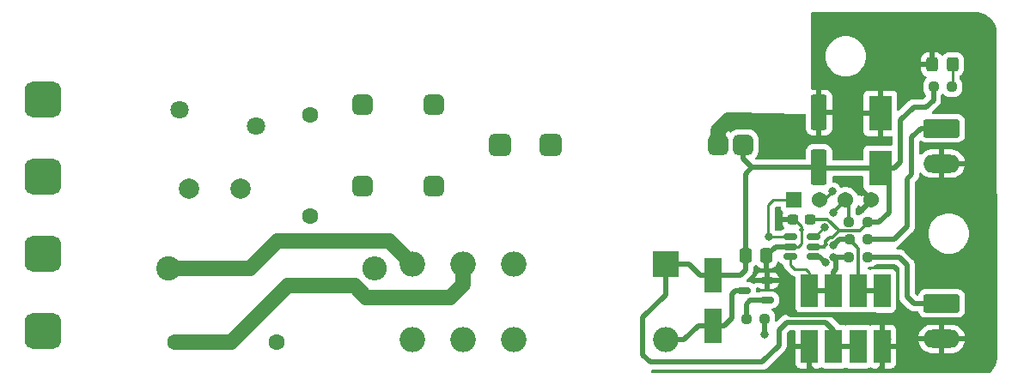
<source format=gbr>
%TF.GenerationSoftware,KiCad,Pcbnew,7.0.7-7.0.7~ubuntu22.04.1*%
%TF.CreationDate,2024-01-12T18:41:48+05:30*%
%TF.ProjectId,electronic-limit-sw,656c6563-7472-46f6-9e69-632d6c696d69,1.0.0*%
%TF.SameCoordinates,Original*%
%TF.FileFunction,Copper,L1,Top*%
%TF.FilePolarity,Positive*%
%FSLAX46Y46*%
G04 Gerber Fmt 4.6, Leading zero omitted, Abs format (unit mm)*
G04 Created by KiCad (PCBNEW 7.0.7-7.0.7~ubuntu22.04.1) date 2024-01-12 18:41:48*
%MOMM*%
%LPD*%
G01*
G04 APERTURE LIST*
G04 Aperture macros list*
%AMRoundRect*
0 Rectangle with rounded corners*
0 $1 Rounding radius*
0 $2 $3 $4 $5 $6 $7 $8 $9 X,Y pos of 4 corners*
0 Add a 4 corners polygon primitive as box body*
4,1,4,$2,$3,$4,$5,$6,$7,$8,$9,$2,$3,0*
0 Add four circle primitives for the rounded corners*
1,1,$1+$1,$2,$3*
1,1,$1+$1,$4,$5*
1,1,$1+$1,$6,$7*
1,1,$1+$1,$8,$9*
0 Add four rect primitives between the rounded corners*
20,1,$1+$1,$2,$3,$4,$5,0*
20,1,$1+$1,$4,$5,$6,$7,0*
20,1,$1+$1,$6,$7,$8,$9,0*
20,1,$1+$1,$8,$9,$2,$3,0*%
G04 Aperture macros list end*
%TA.AperFunction,SMDPad,CuDef*%
%ADD10R,1.700000X3.300000*%
%TD*%
%TA.AperFunction,SMDPad,CuDef*%
%ADD11RoundRect,0.237500X0.250000X0.237500X-0.250000X0.237500X-0.250000X-0.237500X0.250000X-0.237500X0*%
%TD*%
%TA.AperFunction,ComponentPad*%
%ADD12C,2.000000*%
%TD*%
%TA.AperFunction,ComponentPad*%
%ADD13C,2.400000*%
%TD*%
%TA.AperFunction,ComponentPad*%
%ADD14O,2.400000X2.400000*%
%TD*%
%TA.AperFunction,SMDPad,CuDef*%
%ADD15RoundRect,0.150000X-0.512500X-0.150000X0.512500X-0.150000X0.512500X0.150000X-0.512500X0.150000X0*%
%TD*%
%TA.AperFunction,ComponentPad*%
%ADD16R,2.500000X2.500000*%
%TD*%
%TA.AperFunction,ComponentPad*%
%ADD17O,2.500000X2.500000*%
%TD*%
%TA.AperFunction,SMDPad,CuDef*%
%ADD18R,1.800000X3.500000*%
%TD*%
%TA.AperFunction,ComponentPad*%
%ADD19RoundRect,0.500000X-0.500000X-0.500000X0.500000X-0.500000X0.500000X0.500000X-0.500000X0.500000X0*%
%TD*%
%TA.AperFunction,SMDPad,CuDef*%
%ADD20RoundRect,0.237500X-0.250000X-0.237500X0.250000X-0.237500X0.250000X0.237500X-0.250000X0.237500X0*%
%TD*%
%TA.AperFunction,SMDPad,CuDef*%
%ADD21R,2.300000X3.500000*%
%TD*%
%TA.AperFunction,ComponentPad*%
%ADD22C,1.600000*%
%TD*%
%TA.AperFunction,ComponentPad*%
%ADD23C,1.800000*%
%TD*%
%TA.AperFunction,SMDPad,CuDef*%
%ADD24RoundRect,0.250000X0.550000X-1.500000X0.550000X1.500000X-0.550000X1.500000X-0.550000X-1.500000X0*%
%TD*%
%TA.AperFunction,SMDPad,CuDef*%
%ADD25R,1.540000X1.540000*%
%TD*%
%TA.AperFunction,SMDPad,CuDef*%
%ADD26C,1.540000*%
%TD*%
%TA.AperFunction,ComponentPad*%
%ADD27RoundRect,0.250000X-1.550000X0.650000X-1.550000X-0.650000X1.550000X-0.650000X1.550000X0.650000X0*%
%TD*%
%TA.AperFunction,ComponentPad*%
%ADD28O,3.600000X1.800000*%
%TD*%
%TA.AperFunction,ComponentPad*%
%ADD29RoundRect,0.550000X-0.550000X-0.550000X0.550000X-0.550000X0.550000X0.550000X-0.550000X0.550000X0*%
%TD*%
%TA.AperFunction,ComponentPad*%
%ADD30RoundRect,0.900000X0.900000X-0.900000X0.900000X0.900000X-0.900000X0.900000X-0.900000X-0.900000X0*%
%TD*%
%TA.AperFunction,SMDPad,CuDef*%
%ADD31RoundRect,0.250000X-0.325000X-0.450000X0.325000X-0.450000X0.325000X0.450000X-0.325000X0.450000X0*%
%TD*%
%TA.AperFunction,SMDPad,CuDef*%
%ADD32RoundRect,0.150000X0.512500X0.150000X-0.512500X0.150000X-0.512500X-0.150000X0.512500X-0.150000X0*%
%TD*%
%TA.AperFunction,SMDPad,CuDef*%
%ADD33RoundRect,0.250000X-0.337500X-0.475000X0.337500X-0.475000X0.337500X0.475000X-0.337500X0.475000X0*%
%TD*%
%TA.AperFunction,SMDPad,CuDef*%
%ADD34RoundRect,0.237500X0.300000X0.237500X-0.300000X0.237500X-0.300000X-0.237500X0.300000X-0.237500X0*%
%TD*%
%TA.AperFunction,ViaPad*%
%ADD35C,0.800000*%
%TD*%
%TA.AperFunction,Conductor*%
%ADD36C,1.500000*%
%TD*%
%TA.AperFunction,Conductor*%
%ADD37C,0.300000*%
%TD*%
%TA.AperFunction,Conductor*%
%ADD38C,0.500000*%
%TD*%
%TA.AperFunction,Conductor*%
%ADD39C,0.250000*%
%TD*%
G04 APERTURE END LIST*
D10*
%TO.P,D1,1,K*%
%TO.N,+5V*%
X170850000Y-110350000D03*
%TO.P,D1,2,A*%
%TO.N,/ICSPCLK*%
X170850000Y-104850000D03*
%TD*%
D11*
%TO.P,R4,1*%
%TO.N,/OUTPUT*%
X164062500Y-107600000D03*
%TO.P,R4,2*%
%TO.N,Net-(Q1-B)*%
X162237500Y-107600000D03*
%TD*%
D12*
%TO.P,F1,1*%
%TO.N,/AC-L*%
X107300000Y-94800000D03*
%TO.P,F1,2*%
%TO.N,Net-(C1-Pad1)*%
X112380000Y-94800000D03*
%TD*%
D13*
%TO.P,R3,1*%
%TO.N,/AC-L-CNT*%
X105290000Y-102650000D03*
D14*
%TO.P,R3,2*%
%TO.N,Net-(C2-Pad1)*%
X125610000Y-102650000D03*
%TD*%
D15*
%TO.P,U1,1,GP0*%
%TO.N,/ICSPDAT*%
X166562500Y-99550000D03*
%TO.P,U1,2,VSS*%
%TO.N,GND*%
X166562500Y-100500000D03*
%TO.P,U1,3,GP1*%
%TO.N,/ICSPCLK*%
X166562500Y-101450000D03*
%TO.P,U1,4,GP2*%
%TO.N,/OUTPUT*%
X168837500Y-101450000D03*
%TO.P,U1,5,VDD*%
%TO.N,+5V*%
X168837500Y-100500000D03*
%TO.P,U1,6,GP3*%
%TO.N,/~{MCLR}*%
X168837500Y-99550000D03*
%TD*%
D16*
%TO.P,RL1,1*%
%TO.N,+5V*%
X154300000Y-102200000D03*
D17*
%TO.P,RL1,2*%
%TO.N,unconnected-(RL1-Pad2)*%
X139300000Y-102200000D03*
%TO.P,RL1,3*%
%TO.N,/AC-L*%
X134300000Y-102200000D03*
%TO.P,RL1,4*%
%TO.N,/AC-L-CNT*%
X129300000Y-102200000D03*
%TO.P,RL1,5*%
X129300000Y-109700000D03*
%TO.P,RL1,6*%
%TO.N,/AC-L*%
X134300000Y-109700000D03*
%TO.P,RL1,7*%
%TO.N,unconnected-(RL1-Pad7)*%
X139300000Y-109700000D03*
%TO.P,RL1,8*%
%TO.N,Net-(D5-A)*%
X154300000Y-109700000D03*
%TD*%
D18*
%TO.P,D5,1,K*%
%TO.N,+5V*%
X159000000Y-103300000D03*
%TO.P,D5,2,A*%
%TO.N,Net-(D5-A)*%
X159000000Y-108300000D03*
%TD*%
D10*
%TO.P,D2,1,K*%
%TO.N,+5V*%
X173250000Y-110350000D03*
%TO.P,D2,2,A*%
%TO.N,/ICSPDAT*%
X173250000Y-104850000D03*
%TD*%
D19*
%TO.P,FL1,1,1*%
%TO.N,/AC-N*%
X124440000Y-86500000D03*
%TO.P,FL1,2,2*%
%TO.N,Net-(PS1-AC{slash}N)*%
X131440000Y-86500000D03*
%TO.P,FL1,3,3*%
%TO.N,Net-(C1-Pad1)*%
X124440000Y-94500000D03*
%TO.P,FL1,4,4*%
%TO.N,Net-(PS1-AC{slash}L)*%
X131440000Y-94500000D03*
%TD*%
D20*
%TO.P,R6,1*%
%TO.N,/~{MCLR}*%
X172387500Y-98100000D03*
%TO.P,R6,2*%
%TO.N,+5V*%
X174212500Y-98100000D03*
%TD*%
%TO.P,R2,1*%
%TO.N,/ICSPDAT*%
X172400000Y-99800000D03*
%TO.P,R2,2*%
%TO.N,Net-(J2-Pin_1)*%
X174225000Y-99800000D03*
%TD*%
D21*
%TO.P,D6,1,A1*%
%TO.N,GND*%
X175450000Y-87350000D03*
%TO.P,D6,2,A2*%
%TO.N,+5V*%
X175450000Y-92750000D03*
%TD*%
D10*
%TO.P,D4,1,K*%
%TO.N,/ICSPDAT*%
X175650000Y-104850000D03*
%TO.P,D4,2,A*%
%TO.N,GND*%
X175650000Y-110350000D03*
%TD*%
D22*
%TO.P,C1,1*%
%TO.N,Net-(C1-Pad1)*%
X119300000Y-97500000D03*
%TO.P,C1,2*%
%TO.N,/AC-N*%
X119300000Y-87500000D03*
%TD*%
D20*
%TO.P,R1,1*%
%TO.N,/ICSPCLK*%
X172387500Y-101500000D03*
%TO.P,R1,2*%
%TO.N,Net-(J1-Pin_1)*%
X174212500Y-101500000D03*
%TD*%
D10*
%TO.P,D3,1,K*%
%TO.N,/ICSPCLK*%
X168450000Y-104850000D03*
%TO.P,D3,2,A*%
%TO.N,GND*%
X168450000Y-110350000D03*
%TD*%
D22*
%TO.P,C2,1*%
%TO.N,Net-(C2-Pad1)*%
X116000000Y-109950000D03*
%TO.P,C2,2*%
%TO.N,/AC-L*%
X106000000Y-109950000D03*
%TD*%
D23*
%TO.P,TH1,1*%
%TO.N,Net-(C1-Pad1)*%
X113900000Y-88600000D03*
%TO.P,TH1,2*%
%TO.N,/AC-N*%
X106400000Y-86966670D03*
%TD*%
D24*
%TO.P,C5,1*%
%TO.N,+5V*%
X169400000Y-92650000D03*
%TO.P,C5,2*%
%TO.N,GND*%
X169400000Y-87250000D03*
%TD*%
D25*
%TO.P,J3,1,Pin_1*%
%TO.N,/ICSPDAT*%
X166970000Y-95900000D03*
D26*
%TO.P,J3,2,Pin_2*%
%TO.N,/ICSPCLK*%
X169510000Y-95900000D03*
%TO.P,J3,3,Pin_3*%
%TO.N,/~{MCLR}*%
X172050000Y-95900000D03*
%TO.P,J3,4,Pin_4*%
%TO.N,GND*%
X174590000Y-95900000D03*
%TD*%
D27*
%TO.P,J1,1,Pin_1*%
%TO.N,Net-(J1-Pin_1)*%
X181500000Y-106100000D03*
D28*
%TO.P,J1,2,Pin_2*%
%TO.N,GND*%
X181500000Y-109600000D03*
%TD*%
D29*
%TO.P,PS1,1,AC/L*%
%TO.N,Net-(PS1-AC{slash}L)*%
X137957500Y-90457500D03*
%TO.P,PS1,2,AC/N*%
%TO.N,Net-(PS1-AC{slash}N)*%
X142957500Y-90457500D03*
D19*
%TO.P,PS1,3,-Vout*%
%TO.N,GND*%
X159457500Y-90457500D03*
%TO.P,PS1,4,+Vout*%
%TO.N,+5V*%
X161957500Y-90457500D03*
%TD*%
D30*
%TO.P,J4,1,Pin_1*%
%TO.N,/AC-L*%
X92900000Y-108840000D03*
%TO.P,J4,2,Pin_2*%
%TO.N,/AC-L-CNT*%
X92900000Y-101220000D03*
%TO.P,J4,3,Pin_3*%
%TO.N,/AC-N*%
X92900000Y-93600000D03*
%TO.P,J4,4,Pin_4*%
X92900000Y-85980000D03*
%TD*%
D27*
%TO.P,J2,1,Pin_1*%
%TO.N,Net-(J2-Pin_1)*%
X181500000Y-88800000D03*
D28*
%TO.P,J2,2,Pin_2*%
%TO.N,GND*%
X181500000Y-92300000D03*
%TD*%
D31*
%TO.P,D7,1,K*%
%TO.N,GND*%
X180550000Y-82500000D03*
%TO.P,D7,2,A*%
%TO.N,Net-(D7-A)*%
X182600000Y-82500000D03*
%TD*%
D32*
%TO.P,Q1,1,B*%
%TO.N,Net-(Q1-B)*%
X164287500Y-105750000D03*
%TO.P,Q1,2,E*%
%TO.N,GND*%
X164287500Y-103850000D03*
%TO.P,Q1,3,C*%
%TO.N,Net-(D5-A)*%
X162012500Y-104800000D03*
%TD*%
D33*
%TO.P,C4,1*%
%TO.N,+5V*%
X162162500Y-101400000D03*
%TO.P,C4,2*%
%TO.N,GND*%
X164237500Y-101400000D03*
%TD*%
D11*
%TO.P,R5,1*%
%TO.N,Net-(D7-A)*%
X182512500Y-84700000D03*
%TO.P,R5,2*%
%TO.N,+5V*%
X180687500Y-84700000D03*
%TD*%
D34*
%TO.P,C3,1*%
%TO.N,+5V*%
X168562500Y-97800000D03*
%TO.P,C3,2*%
%TO.N,GND*%
X166837500Y-97800000D03*
%TD*%
D35*
%TO.N,GND*%
X173600000Y-95100000D03*
%TO.N,/ICSPCLK*%
X170850000Y-101500000D03*
X170700000Y-95050000D03*
%TO.N,/ICSPDAT*%
X170850000Y-100350000D03*
X164450000Y-99550000D03*
%TO.N,/~{MCLR}*%
X169950000Y-98600000D03*
X170800000Y-97100000D03*
%TO.N,/OUTPUT*%
X170026368Y-102066247D03*
X164050000Y-109150000D03*
%TD*%
D36*
%TO.N,/AC-L*%
X106000000Y-109950000D02*
X111450000Y-109950000D01*
X134300000Y-104250000D02*
X134300000Y-102200000D01*
X123650000Y-104350000D02*
X124800000Y-105500000D01*
X111450000Y-109950000D02*
X117050000Y-104350000D01*
X133050000Y-105500000D02*
X134300000Y-104250000D01*
X124800000Y-105500000D02*
X133050000Y-105500000D01*
X117050000Y-104350000D02*
X123650000Y-104350000D01*
D37*
%TO.N,+5V*%
X174212500Y-98187500D02*
X173450000Y-98950000D01*
X170100000Y-100250000D02*
X170100000Y-99950000D01*
D38*
X169500000Y-92750000D02*
X175450000Y-92750000D01*
D37*
X168562500Y-97800000D02*
X170250000Y-97800000D01*
D38*
X152050000Y-111200000D02*
X152750000Y-111900000D01*
X176300000Y-93600000D02*
X175450000Y-92750000D01*
X175350000Y-98100000D02*
X176300000Y-97150000D01*
D37*
X170450000Y-99600000D02*
X170750000Y-99600000D01*
D38*
X166250000Y-107950000D02*
X165450000Y-108750000D01*
X180000000Y-86700000D02*
X180687500Y-86012500D01*
X169400000Y-92650000D02*
X169500000Y-92750000D01*
X180687500Y-86012500D02*
X180687500Y-84700000D01*
X177450000Y-88000000D02*
X178750000Y-86700000D01*
X170850000Y-110350000D02*
X170850000Y-108700000D01*
X177450000Y-92100000D02*
X177450000Y-88000000D01*
X152050000Y-107500000D02*
X152050000Y-111200000D01*
D37*
X169850000Y-100500000D02*
X170100000Y-100250000D01*
D38*
X165450000Y-110250000D02*
X163800000Y-111900000D01*
D37*
X169850000Y-100500000D02*
X168837500Y-100500000D01*
D38*
X176300000Y-97150000D02*
X176300000Y-93600000D01*
X162162500Y-101400000D02*
X162162500Y-93287500D01*
D37*
X170750000Y-99600000D02*
X171400000Y-98950000D01*
D38*
X161700000Y-103300000D02*
X162162500Y-102837500D01*
X161957500Y-90457500D02*
X161957500Y-91807500D01*
X162800000Y-92650000D02*
X169400000Y-92650000D01*
X157700000Y-103300000D02*
X156600000Y-102200000D01*
X162162500Y-93287500D02*
X162800000Y-92650000D01*
X156600000Y-102200000D02*
X154300000Y-102200000D01*
X159000000Y-103300000D02*
X161700000Y-103300000D01*
D37*
X170250000Y-97800000D02*
X171400000Y-98950000D01*
D38*
X174212500Y-98100000D02*
X175350000Y-98100000D01*
X165450000Y-108750000D02*
X165450000Y-110250000D01*
X170850000Y-110350000D02*
X173250000Y-110350000D01*
X163800000Y-111900000D02*
X152750000Y-111900000D01*
X162162500Y-102837500D02*
X162162500Y-101400000D01*
X154300000Y-102200000D02*
X154300000Y-105250000D01*
X161957500Y-91807500D02*
X162800000Y-92650000D01*
D39*
X169850000Y-100500000D02*
X170125000Y-100225000D01*
D38*
X154300000Y-105250000D02*
X152050000Y-107500000D01*
D37*
X170100000Y-99950000D02*
X170450000Y-99600000D01*
D38*
X170850000Y-108700000D02*
X170100000Y-107950000D01*
D37*
X173450000Y-98950000D02*
X171400000Y-98950000D01*
D38*
X178750000Y-86700000D02*
X180000000Y-86700000D01*
X176800000Y-92750000D02*
X177450000Y-92100000D01*
X159000000Y-103300000D02*
X157700000Y-103300000D01*
X170100000Y-107950000D02*
X166250000Y-107950000D01*
D37*
X174212500Y-98100000D02*
X174212500Y-98187500D01*
D38*
X175450000Y-92750000D02*
X176800000Y-92750000D01*
%TO.N,GND*%
X166550000Y-107250000D02*
X174950000Y-107250000D01*
X164237500Y-103800000D02*
X164287500Y-103850000D01*
D39*
X176400000Y-109600000D02*
X175650000Y-110350000D01*
X169400000Y-87250000D02*
X169500000Y-87350000D01*
X167350000Y-100500000D02*
X167700000Y-100150000D01*
X166562500Y-100500000D02*
X167350000Y-100500000D01*
X175650000Y-112100000D02*
X175650000Y-110350000D01*
D38*
X165137500Y-100500000D02*
X164237500Y-101400000D01*
X175650000Y-110350000D02*
X175650000Y-107950000D01*
X166562500Y-100500000D02*
X165137500Y-100500000D01*
D39*
X169000000Y-112750000D02*
X175000000Y-112750000D01*
X175000000Y-107300000D02*
X166600000Y-107300000D01*
D36*
X160500000Y-88000000D02*
X162500000Y-88000000D01*
X159457500Y-89042500D02*
X160500000Y-88000000D01*
D39*
X167700000Y-98500000D02*
X167000000Y-97800000D01*
X168450000Y-110350000D02*
X168450000Y-112200000D01*
X167700000Y-100150000D02*
X167700000Y-98500000D01*
D38*
X166000000Y-106700000D02*
X166550000Y-107250000D01*
X174950000Y-107250000D02*
X175000000Y-107300000D01*
D39*
X174590000Y-95900000D02*
X174400000Y-95900000D01*
D36*
X159457500Y-90457500D02*
X159457500Y-89042500D01*
D39*
X168450000Y-112200000D02*
X169000000Y-112750000D01*
X175000000Y-112750000D02*
X175650000Y-112100000D01*
X167000000Y-97800000D02*
X166837500Y-97800000D01*
D38*
X175650000Y-107950000D02*
X175000000Y-107300000D01*
D39*
%TO.N,/ICSPCLK*%
X168450000Y-103100000D02*
X168100000Y-102750000D01*
X172337500Y-101450000D02*
X172387500Y-101500000D01*
X166562500Y-102262500D02*
X166562500Y-101450000D01*
D38*
X171100000Y-102700000D02*
X171100000Y-101750000D01*
D39*
X172387500Y-101500000D02*
X170950000Y-101500000D01*
X168450000Y-104850000D02*
X168450000Y-103100000D01*
X167050000Y-102750000D02*
X166562500Y-102262500D01*
X169850000Y-95900000D02*
X170700000Y-95050000D01*
D38*
X170850000Y-102950000D02*
X171100000Y-102700000D01*
D39*
X169510000Y-95900000D02*
X169850000Y-95900000D01*
X169510000Y-95900000D02*
X169510000Y-96360000D01*
D38*
X171100000Y-101750000D02*
X170850000Y-101500000D01*
D39*
X166562500Y-101450000D02*
X166700000Y-101587500D01*
X168100000Y-102750000D02*
X167050000Y-102750000D01*
D38*
X168450000Y-104850000D02*
X170850000Y-104850000D01*
X170850000Y-104850000D02*
X170850000Y-102950000D01*
X172387500Y-101500000D02*
X170850000Y-101500000D01*
D37*
%TO.N,/ICSPDAT*%
X173250000Y-102550000D02*
X173250000Y-104850000D01*
D39*
X164400000Y-96400000D02*
X164400000Y-99500000D01*
X171750000Y-99800000D02*
X171400000Y-99800000D01*
X172400000Y-99800000D02*
X171750000Y-99800000D01*
X164450000Y-99550000D02*
X166562500Y-99550000D01*
D38*
X172400000Y-99800000D02*
X171400000Y-99800000D01*
X171400000Y-99800000D02*
X170850000Y-100350000D01*
D37*
X173300000Y-100700000D02*
X172400000Y-99800000D01*
D39*
X164400000Y-99500000D02*
X164450000Y-99550000D01*
X166970000Y-95900000D02*
X164900000Y-95900000D01*
D37*
X173300000Y-102500000D02*
X173250000Y-102550000D01*
D39*
X164900000Y-95900000D02*
X164400000Y-96400000D01*
D38*
X173250000Y-104850000D02*
X175650000Y-104850000D01*
D37*
X173300000Y-102500000D02*
X173300000Y-100700000D01*
D38*
%TO.N,Net-(D5-A)*%
X157500000Y-108300000D02*
X159000000Y-108300000D01*
X160800000Y-107550000D02*
X160800000Y-105200000D01*
X159000000Y-108300000D02*
X160050000Y-108300000D01*
X161200000Y-104800000D02*
X162012500Y-104800000D01*
X160050000Y-108300000D02*
X160800000Y-107550000D01*
X156100000Y-109700000D02*
X157500000Y-108300000D01*
X160800000Y-105200000D02*
X161200000Y-104800000D01*
X154300000Y-109700000D02*
X156100000Y-109700000D01*
D39*
%TO.N,Net-(D7-A)*%
X182600000Y-82500000D02*
X182600000Y-84612500D01*
X182600000Y-84612500D02*
X182512500Y-84700000D01*
D37*
%TO.N,/~{MCLR}*%
X170850000Y-97100000D02*
X172050000Y-95900000D01*
X172387500Y-98100000D02*
X172387500Y-96237500D01*
X170800000Y-97100000D02*
X170850000Y-97100000D01*
D39*
X169000000Y-99550000D02*
X169950000Y-98600000D01*
X171500000Y-95900000D02*
X172050000Y-95900000D01*
D37*
X172387500Y-96237500D02*
X172050000Y-95900000D01*
D39*
X168837500Y-99550000D02*
X169000000Y-99550000D01*
D36*
%TO.N,/AC-L-CNT*%
X116050000Y-99950000D02*
X127050000Y-99950000D01*
X127050000Y-99950000D02*
X129300000Y-102200000D01*
X113350000Y-102650000D02*
X116050000Y-99950000D01*
X105290000Y-102650000D02*
X113350000Y-102650000D01*
D38*
%TO.N,Net-(J1-Pin_1)*%
X174212500Y-101500000D02*
X177300000Y-101500000D01*
X177300000Y-101500000D02*
X178100000Y-102300000D01*
X178750000Y-106100000D02*
X181500000Y-106100000D01*
X178100000Y-102300000D02*
X178100000Y-105450000D01*
X178100000Y-105450000D02*
X178750000Y-106100000D01*
%TO.N,/OUTPUT*%
X169410121Y-101450000D02*
X170026368Y-102066247D01*
X164062500Y-107600000D02*
X164062500Y-109137500D01*
X168837500Y-101450000D02*
X169410121Y-101450000D01*
X164062500Y-109137500D02*
X164050000Y-109150000D01*
%TO.N,Net-(J2-Pin_1)*%
X181500000Y-88800000D02*
X179450000Y-88800000D01*
X174225000Y-99800000D02*
X176800000Y-99800000D01*
X178100000Y-98500000D02*
X178100000Y-93800000D01*
X178550000Y-93350000D02*
X178550000Y-89700000D01*
X178550000Y-89700000D02*
X179450000Y-88800000D01*
X176800000Y-99800000D02*
X178100000Y-98500000D01*
X178100000Y-93800000D02*
X178550000Y-93350000D01*
%TO.N,Net-(Q1-B)*%
X162237500Y-106162500D02*
X162650000Y-105750000D01*
X162237500Y-107600000D02*
X162237500Y-106162500D01*
X162650000Y-105750000D02*
X164287500Y-105750000D01*
%TD*%
%TA.AperFunction,Conductor*%
%TO.N,GND*%
G36*
X184751899Y-77300614D02*
G01*
X184849023Y-77306489D01*
X185024922Y-77318019D01*
X185032116Y-77318911D01*
X185157537Y-77341895D01*
X185303258Y-77370881D01*
X185309682Y-77372516D01*
X185436922Y-77412166D01*
X185572712Y-77458261D01*
X185578309Y-77460464D01*
X185686072Y-77508964D01*
X185702106Y-77516181D01*
X185829071Y-77578793D01*
X185833774Y-77581367D01*
X185949935Y-77651589D01*
X185952310Y-77653100D01*
X186068281Y-77730589D01*
X186072091Y-77733349D01*
X186179338Y-77817372D01*
X186181997Y-77819577D01*
X186227175Y-77859197D01*
X186286525Y-77911246D01*
X186289519Y-77914050D01*
X186385947Y-78010478D01*
X186388752Y-78013473D01*
X186480413Y-78117991D01*
X186482633Y-78120669D01*
X186566640Y-78227895D01*
X186569416Y-78231727D01*
X186642156Y-78340590D01*
X186646886Y-78347669D01*
X186648418Y-78350078D01*
X186718623Y-78466211D01*
X186721212Y-78470941D01*
X186783818Y-78597893D01*
X186839529Y-78721677D01*
X186841737Y-78727285D01*
X186887842Y-78863105D01*
X186927476Y-78990296D01*
X186929119Y-78996752D01*
X186944473Y-79073939D01*
X186946894Y-79098324D01*
X186997310Y-111284179D01*
X186997195Y-111288082D01*
X186993524Y-111348781D01*
X186981982Y-111524896D01*
X186981084Y-111532138D01*
X186958110Y-111657505D01*
X186929121Y-111803240D01*
X186927478Y-111809697D01*
X186887842Y-111936895D01*
X186841737Y-112072713D01*
X186839529Y-112078321D01*
X186783818Y-112202106D01*
X186721212Y-112329057D01*
X186718623Y-112333787D01*
X186648418Y-112449920D01*
X186646886Y-112452329D01*
X186569432Y-112568249D01*
X186566640Y-112572103D01*
X186482640Y-112679321D01*
X186480413Y-112682007D01*
X186388752Y-112786525D01*
X186385933Y-112789535D01*
X186289535Y-112885933D01*
X186286525Y-112888752D01*
X186195329Y-112968731D01*
X186130925Y-112998608D01*
X186112250Y-113000000D01*
X153052190Y-113000000D01*
X152984069Y-112979998D01*
X152963095Y-112963095D01*
X152873595Y-112873595D01*
X152839569Y-112811283D01*
X152844634Y-112740468D01*
X152887181Y-112683632D01*
X152953701Y-112658821D01*
X152962690Y-112658500D01*
X163735559Y-112658500D01*
X163753819Y-112659830D01*
X163758715Y-112660547D01*
X163777789Y-112663341D01*
X163811146Y-112660422D01*
X163830385Y-112658740D01*
X163835878Y-112658500D01*
X163844176Y-112658500D01*
X163844180Y-112658500D01*
X163870512Y-112655421D01*
X163877096Y-112654652D01*
X163883860Y-112654060D01*
X163954426Y-112647887D01*
X163954432Y-112647884D01*
X163961618Y-112646402D01*
X163961631Y-112646468D01*
X163968987Y-112644836D01*
X163968972Y-112644771D01*
X163976104Y-112643079D01*
X163976113Y-112643079D01*
X164049065Y-112616526D01*
X164122738Y-112592114D01*
X164122740Y-112592112D01*
X164129389Y-112589012D01*
X164129418Y-112589074D01*
X164136203Y-112585789D01*
X164136173Y-112585729D01*
X164142728Y-112582436D01*
X164142732Y-112582435D01*
X164207605Y-112539766D01*
X164273651Y-112499030D01*
X164273660Y-112499020D01*
X164279408Y-112494477D01*
X164279450Y-112494531D01*
X164285289Y-112489775D01*
X164285246Y-112489723D01*
X164290865Y-112485006D01*
X164290874Y-112485001D01*
X164344163Y-112428517D01*
X165940784Y-110831895D01*
X165954617Y-110819941D01*
X165974058Y-110805469D01*
X166008001Y-110765015D01*
X166011700Y-110760979D01*
X166017580Y-110755101D01*
X166038136Y-110729103D01*
X166068115Y-110693376D01*
X166088035Y-110669637D01*
X166092066Y-110663508D01*
X166092122Y-110663545D01*
X166096171Y-110657190D01*
X166096113Y-110657154D01*
X166099964Y-110650910D01*
X166099964Y-110650909D01*
X166099967Y-110650906D01*
X166121839Y-110604000D01*
X167092000Y-110604000D01*
X167092000Y-112048597D01*
X167098505Y-112109093D01*
X167149555Y-112245964D01*
X167149555Y-112245965D01*
X167237095Y-112362904D01*
X167354034Y-112450444D01*
X167490906Y-112501494D01*
X167551402Y-112507999D01*
X167551415Y-112508000D01*
X168196000Y-112508000D01*
X168196000Y-110604000D01*
X167092000Y-110604000D01*
X166121839Y-110604000D01*
X166132775Y-110580546D01*
X166167609Y-110511188D01*
X166167609Y-110511185D01*
X166170120Y-110504289D01*
X166170183Y-110504312D01*
X166172657Y-110497196D01*
X166172593Y-110497175D01*
X166174902Y-110490206D01*
X166178557Y-110472507D01*
X166190600Y-110414177D01*
X166208500Y-110338656D01*
X166208500Y-110338655D01*
X166209352Y-110331368D01*
X166209418Y-110331375D01*
X166210184Y-110323877D01*
X166210118Y-110323872D01*
X166210756Y-110316565D01*
X166210758Y-110316558D01*
X166208500Y-110238954D01*
X166208500Y-109116371D01*
X166228502Y-109048250D01*
X166245405Y-109027275D01*
X166527277Y-108745404D01*
X166589589Y-108711379D01*
X166616372Y-108708500D01*
X166966000Y-108708500D01*
X167034121Y-108728502D01*
X167080614Y-108782158D01*
X167092000Y-108834500D01*
X167092000Y-110096000D01*
X168578000Y-110096000D01*
X168646121Y-110116002D01*
X168692614Y-110169658D01*
X168704000Y-110222000D01*
X168704000Y-112508000D01*
X169348585Y-112508000D01*
X169348597Y-112507999D01*
X169409093Y-112501494D01*
X169545960Y-112450446D01*
X169574073Y-112429401D01*
X169640594Y-112404590D01*
X169709968Y-112419681D01*
X169725088Y-112429398D01*
X169753796Y-112450889D01*
X169753797Y-112450889D01*
X169753798Y-112450890D01*
X169890795Y-112501988D01*
X169890803Y-112501990D01*
X169951350Y-112508499D01*
X169951355Y-112508499D01*
X169951362Y-112508500D01*
X169951368Y-112508500D01*
X171748632Y-112508500D01*
X171748638Y-112508500D01*
X171748645Y-112508499D01*
X171748649Y-112508499D01*
X171809196Y-112501990D01*
X171809199Y-112501989D01*
X171809201Y-112501989D01*
X171946204Y-112450889D01*
X171974489Y-112429714D01*
X172041008Y-112404902D01*
X172110383Y-112419992D01*
X172125511Y-112429715D01*
X172153791Y-112450886D01*
X172153793Y-112450887D01*
X172153796Y-112450889D01*
X172198546Y-112467580D01*
X172290795Y-112501988D01*
X172290803Y-112501990D01*
X172351350Y-112508499D01*
X172351355Y-112508499D01*
X172351362Y-112508500D01*
X172351368Y-112508500D01*
X174148632Y-112508500D01*
X174148638Y-112508500D01*
X174148645Y-112508499D01*
X174148649Y-112508499D01*
X174209196Y-112501990D01*
X174209197Y-112501989D01*
X174209201Y-112501989D01*
X174346204Y-112450889D01*
X174374907Y-112429401D01*
X174441424Y-112404590D01*
X174510798Y-112419680D01*
X174525926Y-112429402D01*
X174554033Y-112450443D01*
X174554035Y-112450444D01*
X174690906Y-112501494D01*
X174751402Y-112507999D01*
X174751415Y-112508000D01*
X175396000Y-112508000D01*
X175396000Y-110604000D01*
X175904000Y-110604000D01*
X175904000Y-112508000D01*
X176548585Y-112508000D01*
X176548597Y-112507999D01*
X176609093Y-112501494D01*
X176745964Y-112450444D01*
X176745965Y-112450444D01*
X176862904Y-112362904D01*
X176950444Y-112245965D01*
X176950444Y-112245964D01*
X177001494Y-112109093D01*
X177007999Y-112048597D01*
X177008000Y-112048585D01*
X177008000Y-110604000D01*
X175904000Y-110604000D01*
X175396000Y-110604000D01*
X175396000Y-108192000D01*
X175904000Y-108192000D01*
X175904000Y-110096000D01*
X177008000Y-110096000D01*
X177008000Y-109346000D01*
X179213028Y-109346000D01*
X180784587Y-109346000D01*
X180852708Y-109366002D01*
X180899201Y-109419658D01*
X180909509Y-109488446D01*
X180894823Y-109599998D01*
X180894823Y-109600001D01*
X180909509Y-109711554D01*
X180898570Y-109781703D01*
X180851441Y-109834801D01*
X180784587Y-109854000D01*
X179214413Y-109854000D01*
X179248850Y-110013789D01*
X179338214Y-110236177D01*
X179463882Y-110440274D01*
X179622223Y-110620186D01*
X179808704Y-110770758D01*
X180017947Y-110887649D01*
X180243924Y-110967493D01*
X180480166Y-111008000D01*
X181246000Y-111008000D01*
X181246000Y-110315412D01*
X181266002Y-110247291D01*
X181319658Y-110200798D01*
X181388444Y-110190490D01*
X181460677Y-110200000D01*
X181460684Y-110200000D01*
X181539316Y-110200000D01*
X181539323Y-110200000D01*
X181611555Y-110190490D01*
X181681702Y-110201429D01*
X181734801Y-110248557D01*
X181754000Y-110315412D01*
X181754000Y-111008000D01*
X182459815Y-111008000D01*
X182638809Y-110992765D01*
X182638822Y-110992763D01*
X182870750Y-110932374D01*
X183089155Y-110833648D01*
X183089157Y-110833647D01*
X183287730Y-110699435D01*
X183287731Y-110699434D01*
X183460770Y-110533591D01*
X183603287Y-110340894D01*
X183711193Y-110126876D01*
X183711195Y-110126870D01*
X183781374Y-109897709D01*
X183786972Y-109854000D01*
X182215413Y-109854000D01*
X182147292Y-109833998D01*
X182100799Y-109780342D01*
X182090491Y-109711554D01*
X182105177Y-109600001D01*
X182105177Y-109599998D01*
X182090491Y-109488446D01*
X182101430Y-109418297D01*
X182148559Y-109365199D01*
X182215413Y-109346000D01*
X183785587Y-109346000D01*
X183751149Y-109186210D01*
X183661785Y-108963822D01*
X183536117Y-108759725D01*
X183377776Y-108579813D01*
X183191295Y-108429241D01*
X182982052Y-108312350D01*
X182756075Y-108232506D01*
X182519834Y-108192000D01*
X181754000Y-108192000D01*
X181754000Y-108884587D01*
X181733998Y-108952708D01*
X181680342Y-108999201D01*
X181611555Y-109009509D01*
X181539327Y-109000000D01*
X181539323Y-109000000D01*
X181460677Y-109000000D01*
X181460672Y-109000000D01*
X181388445Y-109009509D01*
X181318296Y-108998569D01*
X181265198Y-108951441D01*
X181246000Y-108884587D01*
X181246000Y-108192000D01*
X180540185Y-108192000D01*
X180361190Y-108207234D01*
X180361177Y-108207236D01*
X180129249Y-108267625D01*
X179910844Y-108366351D01*
X179910842Y-108366352D01*
X179712269Y-108500564D01*
X179712268Y-108500565D01*
X179539229Y-108666408D01*
X179396712Y-108859105D01*
X179288806Y-109073123D01*
X179288804Y-109073129D01*
X179218625Y-109302290D01*
X179213028Y-109346000D01*
X177008000Y-109346000D01*
X177008000Y-108651414D01*
X177007999Y-108651402D01*
X177001494Y-108590906D01*
X176950444Y-108454035D01*
X176950444Y-108454034D01*
X176862904Y-108337095D01*
X176745965Y-108249555D01*
X176609093Y-108198505D01*
X176548597Y-108192000D01*
X175904000Y-108192000D01*
X175396000Y-108192000D01*
X174751402Y-108192000D01*
X174690906Y-108198505D01*
X174554035Y-108249555D01*
X174525924Y-108270599D01*
X174459404Y-108295409D01*
X174390030Y-108280317D01*
X174374907Y-108270598D01*
X174374492Y-108270287D01*
X174346204Y-108249111D01*
X174346202Y-108249110D01*
X174346201Y-108249109D01*
X174209204Y-108198011D01*
X174209196Y-108198009D01*
X174148649Y-108191500D01*
X174148638Y-108191500D01*
X172351362Y-108191500D01*
X172351350Y-108191500D01*
X172290803Y-108198009D01*
X172290795Y-108198011D01*
X172153796Y-108249110D01*
X172153793Y-108249112D01*
X172125506Y-108270287D01*
X172058985Y-108295096D01*
X171989612Y-108280003D01*
X171974494Y-108270287D01*
X171946206Y-108249112D01*
X171946203Y-108249110D01*
X171809204Y-108198011D01*
X171809196Y-108198009D01*
X171748649Y-108191500D01*
X171748638Y-108191500D01*
X171466375Y-108191500D01*
X171398254Y-108171498D01*
X171379633Y-108156889D01*
X171378382Y-108155701D01*
X171036862Y-107814181D01*
X170681901Y-107459220D01*
X170669936Y-107445375D01*
X170667509Y-107442115D01*
X170655469Y-107425942D01*
X170655467Y-107425940D01*
X170615024Y-107392003D01*
X170610970Y-107388289D01*
X170605107Y-107382425D01*
X170579104Y-107361864D01*
X170575525Y-107358861D01*
X170519640Y-107311968D01*
X170519638Y-107311967D01*
X170519636Y-107311965D01*
X170513506Y-107307933D01*
X170513541Y-107307878D01*
X170507187Y-107303829D01*
X170507153Y-107303886D01*
X170500906Y-107300033D01*
X170430540Y-107267220D01*
X170424554Y-107264214D01*
X170390470Y-107247097D01*
X170338574Y-107198652D01*
X170321106Y-107129838D01*
X170343615Y-107062504D01*
X170398954Y-107018028D01*
X170447020Y-107008500D01*
X171748632Y-107008500D01*
X171748638Y-107008500D01*
X171748645Y-107008499D01*
X171748649Y-107008499D01*
X171809196Y-107001990D01*
X171809199Y-107001989D01*
X171809201Y-107001989D01*
X171946204Y-106950889D01*
X171974492Y-106929712D01*
X172041008Y-106904902D01*
X172110382Y-106919992D01*
X172125509Y-106929714D01*
X172153791Y-106950886D01*
X172153793Y-106950887D01*
X172153796Y-106950889D01*
X172164577Y-106954910D01*
X172290795Y-107001988D01*
X172290803Y-107001990D01*
X172351350Y-107008499D01*
X172351355Y-107008499D01*
X172351362Y-107008500D01*
X172351368Y-107008500D01*
X174148632Y-107008500D01*
X174148638Y-107008500D01*
X174148645Y-107008499D01*
X174148649Y-107008499D01*
X174209196Y-107001990D01*
X174209199Y-107001989D01*
X174209201Y-107001989D01*
X174346204Y-106950889D01*
X174374492Y-106929712D01*
X174441008Y-106904902D01*
X174510382Y-106919992D01*
X174525509Y-106929714D01*
X174553791Y-106950886D01*
X174553793Y-106950887D01*
X174553796Y-106950889D01*
X174564577Y-106954910D01*
X174690795Y-107001988D01*
X174690803Y-107001990D01*
X174751350Y-107008499D01*
X174751355Y-107008499D01*
X174751362Y-107008500D01*
X174751368Y-107008500D01*
X176548632Y-107008500D01*
X176548638Y-107008500D01*
X176548645Y-107008499D01*
X176548649Y-107008499D01*
X176609196Y-107001990D01*
X176609199Y-107001989D01*
X176609201Y-107001989D01*
X176746204Y-106950889D01*
X176754698Y-106944531D01*
X176863261Y-106863261D01*
X176950887Y-106746207D01*
X176950887Y-106746206D01*
X176950889Y-106746204D01*
X177001989Y-106609201D01*
X177003273Y-106597266D01*
X177008499Y-106548649D01*
X177008500Y-106548632D01*
X177008500Y-103151367D01*
X177008499Y-103151350D01*
X177001990Y-103090803D01*
X177001988Y-103090795D01*
X176968737Y-103001649D01*
X176950889Y-102953796D01*
X176950888Y-102953794D01*
X176950887Y-102953792D01*
X176863261Y-102836738D01*
X176746207Y-102749112D01*
X176746202Y-102749110D01*
X176609204Y-102698011D01*
X176609196Y-102698009D01*
X176548649Y-102691500D01*
X176548638Y-102691500D01*
X174751362Y-102691500D01*
X174751358Y-102691500D01*
X174751341Y-102691501D01*
X174745322Y-102692148D01*
X174681988Y-102680715D01*
X174633612Y-102719279D01*
X174630045Y-102720671D01*
X174553794Y-102749111D01*
X174553793Y-102749112D01*
X174525506Y-102770287D01*
X174458985Y-102795096D01*
X174389612Y-102780003D01*
X174374494Y-102770287D01*
X174346206Y-102749112D01*
X174346203Y-102749110D01*
X174288409Y-102727554D01*
X174231573Y-102685007D01*
X174206763Y-102618487D01*
X174221855Y-102549113D01*
X174272057Y-102498911D01*
X174332442Y-102483499D01*
X174512212Y-102483499D01*
X174573206Y-102477268D01*
X174635911Y-102488925D01*
X174683658Y-102450456D01*
X174692209Y-102447272D01*
X174779920Y-102418209D01*
X174928346Y-102326658D01*
X174942745Y-102312259D01*
X174959600Y-102295405D01*
X175021912Y-102261379D01*
X175048695Y-102258500D01*
X176933628Y-102258500D01*
X177001749Y-102278502D01*
X177022723Y-102295404D01*
X177304595Y-102577275D01*
X177338620Y-102639588D01*
X177341500Y-102666371D01*
X177341500Y-105385559D01*
X177340170Y-105403819D01*
X177336659Y-105427786D01*
X177336659Y-105427794D01*
X177341260Y-105480372D01*
X177341500Y-105485866D01*
X177341500Y-105494182D01*
X177345347Y-105527094D01*
X177352112Y-105604419D01*
X177353596Y-105611606D01*
X177353531Y-105611619D01*
X177355165Y-105618989D01*
X177355229Y-105618975D01*
X177356921Y-105626116D01*
X177383473Y-105699064D01*
X177407885Y-105772736D01*
X177410987Y-105779388D01*
X177410926Y-105779416D01*
X177414211Y-105786202D01*
X177414270Y-105786173D01*
X177417560Y-105792724D01*
X177417564Y-105792731D01*
X177417565Y-105792732D01*
X177443332Y-105831908D01*
X177460233Y-105857605D01*
X177500967Y-105923648D01*
X177505522Y-105929408D01*
X177505468Y-105929450D01*
X177510228Y-105935292D01*
X177510279Y-105935250D01*
X177514993Y-105940868D01*
X177514998Y-105940873D01*
X177514999Y-105940874D01*
X177571482Y-105994163D01*
X178168098Y-106590779D01*
X178180065Y-106604627D01*
X178183472Y-106609204D01*
X178194531Y-106624058D01*
X178206975Y-106634500D01*
X178234975Y-106657994D01*
X178239021Y-106661702D01*
X178244900Y-106667581D01*
X178270895Y-106688135D01*
X178330360Y-106738032D01*
X178330366Y-106738035D01*
X178336495Y-106742067D01*
X178336458Y-106742122D01*
X178342811Y-106746169D01*
X178342847Y-106746113D01*
X178349092Y-106749965D01*
X178349095Y-106749967D01*
X178419452Y-106782775D01*
X178488812Y-106817609D01*
X178488813Y-106817609D01*
X178488817Y-106817611D01*
X178495713Y-106820121D01*
X178495689Y-106820185D01*
X178502805Y-106822659D01*
X178502827Y-106822595D01*
X178509791Y-106824903D01*
X178585849Y-106840607D01*
X178619866Y-106848669D01*
X178661344Y-106858500D01*
X178661350Y-106858500D01*
X178668633Y-106859352D01*
X178668625Y-106859419D01*
X178676122Y-106860185D01*
X178676128Y-106860119D01*
X178683435Y-106860757D01*
X178683442Y-106860759D01*
X178761080Y-106858500D01*
X179095910Y-106858500D01*
X179164031Y-106878502D01*
X179210524Y-106932158D01*
X179215507Y-106944849D01*
X179257885Y-107072738D01*
X179338599Y-107203596D01*
X179350970Y-107223652D01*
X179350975Y-107223658D01*
X179476341Y-107349024D01*
X179476347Y-107349029D01*
X179476348Y-107349030D01*
X179627262Y-107442115D01*
X179795574Y-107497887D01*
X179899455Y-107508500D01*
X183100544Y-107508499D01*
X183204426Y-107497887D01*
X183372738Y-107442115D01*
X183523652Y-107349030D01*
X183649030Y-107223652D01*
X183742115Y-107072738D01*
X183797887Y-106904426D01*
X183808500Y-106800545D01*
X183808499Y-105399456D01*
X183797887Y-105295574D01*
X183742115Y-105127262D01*
X183649030Y-104976348D01*
X183649029Y-104976347D01*
X183649024Y-104976341D01*
X183523658Y-104850975D01*
X183523652Y-104850970D01*
X183523652Y-104850969D01*
X183372738Y-104757885D01*
X183288581Y-104729998D01*
X183204427Y-104702113D01*
X183204420Y-104702112D01*
X183100553Y-104691500D01*
X179899455Y-104691500D01*
X179795574Y-104702112D01*
X179627261Y-104757885D01*
X179476347Y-104850970D01*
X179476341Y-104850975D01*
X179350975Y-104976341D01*
X179350970Y-104976347D01*
X179275534Y-105098649D01*
X179257885Y-105127262D01*
X179220887Y-105238919D01*
X179220607Y-105239763D01*
X179180193Y-105298135D01*
X179114637Y-105325391D01*
X179044752Y-105312878D01*
X179011907Y-105289226D01*
X178895405Y-105172724D01*
X178861379Y-105110412D01*
X178858500Y-105083629D01*
X178858500Y-102364441D01*
X178859830Y-102346182D01*
X178862560Y-102327541D01*
X178863341Y-102322211D01*
X178859517Y-102278502D01*
X178858740Y-102269614D01*
X178858500Y-102264121D01*
X178858500Y-102255819D01*
X178854652Y-102222905D01*
X178852450Y-102197738D01*
X178847887Y-102145574D01*
X178847885Y-102145570D01*
X178846403Y-102138388D01*
X178846469Y-102138374D01*
X178844837Y-102131012D01*
X178844772Y-102131028D01*
X178843080Y-102123890D01*
X178816526Y-102050934D01*
X178809399Y-102029426D01*
X178792114Y-101977262D01*
X178792109Y-101977255D01*
X178789012Y-101970611D01*
X178789074Y-101970581D01*
X178785788Y-101963795D01*
X178785728Y-101963826D01*
X178782433Y-101957265D01*
X178739766Y-101892394D01*
X178699031Y-101826351D01*
X178699030Y-101826349D01*
X178699027Y-101826346D01*
X178694478Y-101820592D01*
X178694531Y-101820549D01*
X178689766Y-101814700D01*
X178689715Y-101814744D01*
X178684998Y-101809122D01*
X178628518Y-101755837D01*
X178294179Y-101421498D01*
X177881901Y-101009220D01*
X177869936Y-100995375D01*
X177855469Y-100975942D01*
X177855467Y-100975940D01*
X177815024Y-100942003D01*
X177810970Y-100938289D01*
X177805107Y-100932425D01*
X177779104Y-100911864D01*
X177756853Y-100893193D01*
X177719640Y-100861968D01*
X177719638Y-100861967D01*
X177719636Y-100861965D01*
X177713506Y-100857933D01*
X177713541Y-100857878D01*
X177707187Y-100853829D01*
X177707153Y-100853886D01*
X177700906Y-100850033D01*
X177630540Y-100817220D01*
X177561188Y-100782391D01*
X177561186Y-100782390D01*
X177561183Y-100782389D01*
X177554289Y-100779880D01*
X177554311Y-100779817D01*
X177547189Y-100777341D01*
X177547169Y-100777404D01*
X177540209Y-100775097D01*
X177464150Y-100759392D01*
X177388652Y-100741499D01*
X177381367Y-100740648D01*
X177381374Y-100740580D01*
X177373877Y-100739814D01*
X177373872Y-100739881D01*
X177366559Y-100739241D01*
X177366558Y-100739241D01*
X177288920Y-100741500D01*
X177150959Y-100741500D01*
X177082838Y-100721498D01*
X177036345Y-100667842D01*
X177026241Y-100597568D01*
X177055735Y-100532988D01*
X177111327Y-100495895D01*
X177122738Y-100492114D01*
X177122741Y-100492112D01*
X177129389Y-100489012D01*
X177129418Y-100489074D01*
X177136203Y-100485789D01*
X177136173Y-100485729D01*
X177142728Y-100482436D01*
X177142732Y-100482435D01*
X177207605Y-100439766D01*
X177273651Y-100399030D01*
X177273660Y-100399020D01*
X177279408Y-100394477D01*
X177279450Y-100394531D01*
X177285289Y-100389775D01*
X177285246Y-100389723D01*
X177290865Y-100385006D01*
X177290874Y-100385001D01*
X177344163Y-100328517D01*
X178472679Y-99200000D01*
X180194390Y-99200000D01*
X180214803Y-99485424D01*
X180275631Y-99765046D01*
X180375632Y-100033160D01*
X180375637Y-100033170D01*
X180512768Y-100284307D01*
X180512772Y-100284312D01*
X180512774Y-100284315D01*
X180673567Y-100499110D01*
X180684262Y-100513396D01*
X180684270Y-100513405D01*
X180886594Y-100715729D01*
X180886603Y-100715737D01*
X180886605Y-100715739D01*
X181115685Y-100887226D01*
X181115687Y-100887227D01*
X181115692Y-100887231D01*
X181366829Y-101024362D01*
X181366839Y-101024367D01*
X181634954Y-101124369D01*
X181914572Y-101185196D01*
X182128552Y-101200500D01*
X182128558Y-101200500D01*
X182271442Y-101200500D01*
X182271448Y-101200500D01*
X182485428Y-101185196D01*
X182765046Y-101124369D01*
X183033161Y-101024367D01*
X183086256Y-100995375D01*
X183284307Y-100887231D01*
X183284309Y-100887229D01*
X183284315Y-100887226D01*
X183513395Y-100715739D01*
X183715739Y-100513395D01*
X183887226Y-100284315D01*
X183887229Y-100284309D01*
X183887231Y-100284307D01*
X184024362Y-100033170D01*
X184024367Y-100033161D01*
X184124369Y-99765046D01*
X184185196Y-99485428D01*
X184205610Y-99200000D01*
X184185196Y-98914572D01*
X184124369Y-98634954D01*
X184024367Y-98366839D01*
X184017859Y-98354920D01*
X183887231Y-98115692D01*
X183887227Y-98115687D01*
X183841049Y-98054000D01*
X183715739Y-97886605D01*
X183715737Y-97886603D01*
X183715729Y-97886594D01*
X183513405Y-97684270D01*
X183513396Y-97684262D01*
X183439713Y-97629104D01*
X183284315Y-97512774D01*
X183284313Y-97512773D01*
X183284312Y-97512772D01*
X183284307Y-97512768D01*
X183033170Y-97375637D01*
X183033160Y-97375632D01*
X182765046Y-97275631D01*
X182485424Y-97214803D01*
X182351775Y-97205245D01*
X182271448Y-97199500D01*
X182128552Y-97199500D01*
X182052954Y-97204906D01*
X181914575Y-97214803D01*
X181634953Y-97275631D01*
X181366839Y-97375632D01*
X181366829Y-97375637D01*
X181115692Y-97512768D01*
X181115687Y-97512772D01*
X180886603Y-97684262D01*
X180886594Y-97684270D01*
X180684270Y-97886594D01*
X180684262Y-97886603D01*
X180512772Y-98115687D01*
X180512768Y-98115692D01*
X180375637Y-98366829D01*
X180375632Y-98366839D01*
X180275631Y-98634953D01*
X180214803Y-98914575D01*
X180194390Y-99200000D01*
X178472679Y-99200000D01*
X178590784Y-99081895D01*
X178604617Y-99069941D01*
X178624058Y-99055469D01*
X178658001Y-99015015D01*
X178661700Y-99010979D01*
X178667581Y-99005100D01*
X178681644Y-98987314D01*
X178688135Y-98979105D01*
X178715792Y-98946144D01*
X178738032Y-98919640D01*
X178738033Y-98919636D01*
X178738036Y-98919634D01*
X178742070Y-98913502D01*
X178742127Y-98913539D01*
X178746171Y-98907191D01*
X178746112Y-98907155D01*
X178749961Y-98900912D01*
X178749967Y-98900905D01*
X178782775Y-98830547D01*
X178817609Y-98761188D01*
X178817610Y-98761182D01*
X178820119Y-98754291D01*
X178820184Y-98754314D01*
X178822658Y-98747197D01*
X178822594Y-98747176D01*
X178824903Y-98740208D01*
X178840607Y-98664150D01*
X178849586Y-98626264D01*
X178858500Y-98588656D01*
X178858500Y-98588649D01*
X178859352Y-98581368D01*
X178859419Y-98581375D01*
X178860185Y-98573877D01*
X178860119Y-98573872D01*
X178860757Y-98566565D01*
X178860759Y-98566558D01*
X178858500Y-98488920D01*
X178858500Y-94166371D01*
X178878502Y-94098250D01*
X178895400Y-94077280D01*
X179040781Y-93931898D01*
X179054620Y-93919938D01*
X179074058Y-93905469D01*
X179108001Y-93865015D01*
X179111700Y-93860979D01*
X179117580Y-93855101D01*
X179138136Y-93829103D01*
X179188032Y-93769640D01*
X179188035Y-93769637D01*
X179192066Y-93763508D01*
X179192122Y-93763545D01*
X179196171Y-93757190D01*
X179196113Y-93757155D01*
X179199966Y-93750908D01*
X179232773Y-93680553D01*
X179255901Y-93634500D01*
X179267609Y-93611188D01*
X179267609Y-93611184D01*
X179270119Y-93604291D01*
X179270183Y-93604314D01*
X179272658Y-93597193D01*
X179272593Y-93597172D01*
X179274898Y-93590213D01*
X179274902Y-93590206D01*
X179281181Y-93559794D01*
X179290599Y-93514182D01*
X179308500Y-93438656D01*
X179309352Y-93431368D01*
X179309418Y-93431375D01*
X179310184Y-93423876D01*
X179310118Y-93423871D01*
X179310756Y-93416566D01*
X179310758Y-93416558D01*
X179308500Y-93338939D01*
X179308500Y-93297604D01*
X179328502Y-93229483D01*
X179382158Y-93182990D01*
X179452432Y-93172886D01*
X179517012Y-93202380D01*
X179529085Y-93214360D01*
X179622220Y-93320184D01*
X179808704Y-93470758D01*
X180017947Y-93587649D01*
X180243924Y-93667493D01*
X180480166Y-93708000D01*
X181246000Y-93708000D01*
X181246000Y-93015412D01*
X181266002Y-92947291D01*
X181319658Y-92900798D01*
X181388444Y-92890490D01*
X181460677Y-92900000D01*
X181460684Y-92900000D01*
X181539316Y-92900000D01*
X181539323Y-92900000D01*
X181611555Y-92890490D01*
X181681702Y-92901429D01*
X181734801Y-92948557D01*
X181754000Y-93015412D01*
X181754000Y-93708000D01*
X182459815Y-93708000D01*
X182638809Y-93692765D01*
X182638822Y-93692763D01*
X182870750Y-93632374D01*
X183089155Y-93533648D01*
X183089157Y-93533647D01*
X183287730Y-93399435D01*
X183287731Y-93399434D01*
X183460770Y-93233591D01*
X183603287Y-93040894D01*
X183711193Y-92826876D01*
X183711195Y-92826870D01*
X183781374Y-92597709D01*
X183786972Y-92554000D01*
X182215413Y-92554000D01*
X182147292Y-92533998D01*
X182100799Y-92480342D01*
X182090491Y-92411554D01*
X182105177Y-92300001D01*
X182105177Y-92299998D01*
X182090491Y-92188446D01*
X182101430Y-92118297D01*
X182148559Y-92065199D01*
X182215413Y-92046000D01*
X183785587Y-92046000D01*
X183751149Y-91886210D01*
X183661785Y-91663822D01*
X183536117Y-91459725D01*
X183377776Y-91279813D01*
X183191295Y-91129241D01*
X182982052Y-91012350D01*
X182756075Y-90932506D01*
X182519834Y-90892000D01*
X181754000Y-90892000D01*
X181754000Y-91584587D01*
X181733998Y-91652708D01*
X181680342Y-91699201D01*
X181611555Y-91709509D01*
X181539327Y-91700000D01*
X181539323Y-91700000D01*
X181460677Y-91700000D01*
X181460672Y-91700000D01*
X181388445Y-91709509D01*
X181318296Y-91698569D01*
X181265198Y-91651441D01*
X181246000Y-91584587D01*
X181246000Y-90892000D01*
X180540185Y-90892000D01*
X180361190Y-90907234D01*
X180361177Y-90907236D01*
X180129249Y-90967625D01*
X179910844Y-91066351D01*
X179910842Y-91066352D01*
X179712269Y-91200564D01*
X179712268Y-91200565D01*
X179539229Y-91366409D01*
X179539228Y-91366410D01*
X179535801Y-91371044D01*
X179479211Y-91413917D01*
X179408426Y-91419390D01*
X179345919Y-91385724D01*
X179311536Y-91323608D01*
X179308500Y-91296117D01*
X179308500Y-90171258D01*
X179328502Y-90103137D01*
X179382158Y-90056644D01*
X179452432Y-90046540D01*
X179500643Y-90064015D01*
X179627262Y-90142115D01*
X179795574Y-90197887D01*
X179899455Y-90208500D01*
X183100544Y-90208499D01*
X183204426Y-90197887D01*
X183372738Y-90142115D01*
X183523652Y-90049030D01*
X183649030Y-89923652D01*
X183742115Y-89772738D01*
X183797887Y-89604426D01*
X183808500Y-89500545D01*
X183808499Y-88099456D01*
X183805636Y-88071434D01*
X183797887Y-87995574D01*
X183769976Y-87911344D01*
X183742115Y-87827262D01*
X183649030Y-87676348D01*
X183649029Y-87676347D01*
X183649024Y-87676341D01*
X183523658Y-87550975D01*
X183523652Y-87550970D01*
X183493153Y-87532158D01*
X183372738Y-87457885D01*
X183288581Y-87429998D01*
X183204427Y-87402113D01*
X183204420Y-87402112D01*
X183100553Y-87391500D01*
X183100545Y-87391500D01*
X180685371Y-87391500D01*
X180617250Y-87371498D01*
X180570757Y-87317842D01*
X180560653Y-87247568D01*
X180590147Y-87182988D01*
X180596275Y-87176405D01*
X180732044Y-87040636D01*
X181178284Y-86594395D01*
X181192117Y-86582441D01*
X181211558Y-86567969D01*
X181245501Y-86527515D01*
X181249200Y-86523479D01*
X181255081Y-86517600D01*
X181265047Y-86504994D01*
X181275635Y-86491605D01*
X181297981Y-86464972D01*
X181325532Y-86432140D01*
X181325533Y-86432136D01*
X181325536Y-86432134D01*
X181329570Y-86426002D01*
X181329627Y-86426039D01*
X181333671Y-86419691D01*
X181333612Y-86419655D01*
X181337461Y-86413412D01*
X181337467Y-86413405D01*
X181370275Y-86343047D01*
X181405109Y-86273688D01*
X181405110Y-86273682D01*
X181407619Y-86266791D01*
X181407684Y-86266814D01*
X181410158Y-86259697D01*
X181410094Y-86259676D01*
X181412403Y-86252708D01*
X181428107Y-86176650D01*
X181442719Y-86114999D01*
X181446000Y-86101156D01*
X181446000Y-86101149D01*
X181446852Y-86093868D01*
X181446919Y-86093875D01*
X181447685Y-86086377D01*
X181447619Y-86086372D01*
X181448257Y-86079065D01*
X181448259Y-86079058D01*
X181445999Y-86001420D01*
X181445999Y-85536190D01*
X181466001Y-85468073D01*
X181482899Y-85447104D01*
X181510906Y-85419097D01*
X181573216Y-85385073D01*
X181644031Y-85390138D01*
X181689094Y-85419099D01*
X181796647Y-85526652D01*
X181796653Y-85526657D01*
X181796654Y-85526658D01*
X181945080Y-85618209D01*
X182110619Y-85673062D01*
X182212787Y-85683500D01*
X182812212Y-85683499D01*
X182914381Y-85673062D01*
X183079920Y-85618209D01*
X183228346Y-85526658D01*
X183351658Y-85403346D01*
X183443209Y-85254920D01*
X183498062Y-85089381D01*
X183508500Y-84987213D01*
X183508499Y-84412788D01*
X183498062Y-84310619D01*
X183443209Y-84145080D01*
X183351658Y-83996654D01*
X183351657Y-83996653D01*
X183351652Y-83996647D01*
X183270405Y-83915400D01*
X183236379Y-83853088D01*
X183233500Y-83826305D01*
X183233500Y-83721219D01*
X183253502Y-83653098D01*
X183293352Y-83613979D01*
X183398652Y-83549030D01*
X183524030Y-83423652D01*
X183617115Y-83272738D01*
X183672887Y-83104426D01*
X183683500Y-83000545D01*
X183683499Y-81999456D01*
X183672887Y-81895574D01*
X183617115Y-81727262D01*
X183524030Y-81576348D01*
X183524027Y-81576345D01*
X183524024Y-81576341D01*
X183398658Y-81450975D01*
X183398652Y-81450970D01*
X183398651Y-81450970D01*
X183247738Y-81357885D01*
X183163581Y-81329998D01*
X183079427Y-81302113D01*
X183079420Y-81302112D01*
X182975553Y-81291500D01*
X182224455Y-81291500D01*
X182120574Y-81302112D01*
X181952261Y-81357885D01*
X181801347Y-81450970D01*
X181801341Y-81450975D01*
X181675971Y-81576345D01*
X181673511Y-81579457D01*
X181671281Y-81581035D01*
X181670780Y-81581537D01*
X181670694Y-81581451D01*
X181615568Y-81620483D01*
X181544643Y-81623671D01*
X181483254Y-81588008D01*
X181475837Y-81579446D01*
X181473632Y-81576657D01*
X181348345Y-81451370D01*
X181348339Y-81451365D01*
X181197525Y-81358342D01*
X181029321Y-81302606D01*
X181029318Y-81302605D01*
X180925516Y-81292000D01*
X180804000Y-81292000D01*
X180804000Y-82628000D01*
X180783998Y-82696121D01*
X180730342Y-82742614D01*
X180678000Y-82754000D01*
X179467000Y-82754000D01*
X179467000Y-83000516D01*
X179477605Y-83104318D01*
X179477606Y-83104321D01*
X179533342Y-83272525D01*
X179626365Y-83423339D01*
X179626370Y-83423345D01*
X179751654Y-83548629D01*
X179751660Y-83548634D01*
X179902478Y-83641659D01*
X179935884Y-83652729D01*
X179994256Y-83693143D01*
X180021511Y-83758699D01*
X180008998Y-83828584D01*
X179974406Y-83871165D01*
X179971652Y-83873342D01*
X179848347Y-83996647D01*
X179848342Y-83996653D01*
X179756791Y-84145080D01*
X179701937Y-84310622D01*
X179691500Y-84412778D01*
X179691500Y-84987212D01*
X179701937Y-85089380D01*
X179756791Y-85254919D01*
X179756791Y-85254920D01*
X179848342Y-85403346D01*
X179892096Y-85447100D01*
X179926120Y-85509410D01*
X179929000Y-85536194D01*
X179929000Y-85646128D01*
X179908998Y-85714249D01*
X179892096Y-85735222D01*
X179722722Y-85904596D01*
X179660413Y-85938620D01*
X179633629Y-85941500D01*
X178814441Y-85941500D01*
X178796182Y-85940170D01*
X178772212Y-85936659D01*
X178772211Y-85936659D01*
X178765773Y-85937222D01*
X178719615Y-85941260D01*
X178714122Y-85941500D01*
X178705817Y-85941500D01*
X178672904Y-85945347D01*
X178595574Y-85952112D01*
X178588389Y-85953596D01*
X178588376Y-85953533D01*
X178581003Y-85955168D01*
X178581018Y-85955231D01*
X178573881Y-85956922D01*
X178518088Y-85977229D01*
X178500934Y-85983473D01*
X178464097Y-85995679D01*
X178427261Y-86007886D01*
X178420612Y-86010987D01*
X178420583Y-86010926D01*
X178413792Y-86014214D01*
X178413822Y-86014273D01*
X178407269Y-86017563D01*
X178342394Y-86060232D01*
X178276351Y-86100968D01*
X178270588Y-86105525D01*
X178270547Y-86105473D01*
X178264704Y-86110233D01*
X178264746Y-86110283D01*
X178259128Y-86114996D01*
X178205836Y-86171482D01*
X177323095Y-87054222D01*
X177260783Y-87088248D01*
X177189968Y-87083183D01*
X177133132Y-87040636D01*
X177108321Y-86974116D01*
X177108000Y-86965127D01*
X177108000Y-85551414D01*
X177107999Y-85551402D01*
X177101494Y-85490906D01*
X177050444Y-85354035D01*
X177050444Y-85354034D01*
X176962904Y-85237095D01*
X176845965Y-85149555D01*
X176709093Y-85098505D01*
X176648597Y-85092000D01*
X175704000Y-85092000D01*
X175704000Y-89608000D01*
X176565500Y-89608000D01*
X176633621Y-89628002D01*
X176680114Y-89681658D01*
X176691500Y-89734000D01*
X176691500Y-90365500D01*
X176671498Y-90433621D01*
X176617842Y-90480114D01*
X176565500Y-90491500D01*
X174251350Y-90491500D01*
X174190803Y-90498009D01*
X174190795Y-90498011D01*
X174053797Y-90549110D01*
X174053792Y-90549112D01*
X173936738Y-90636738D01*
X173849112Y-90753792D01*
X173849110Y-90753797D01*
X173798011Y-90890795D01*
X173798009Y-90890803D01*
X173791500Y-90951350D01*
X173791500Y-91865500D01*
X173771498Y-91933621D01*
X173717842Y-91980114D01*
X173665500Y-91991500D01*
X170834499Y-91991500D01*
X170766378Y-91971498D01*
X170719885Y-91917842D01*
X170708499Y-91865500D01*
X170708499Y-91099455D01*
X170697887Y-90995574D01*
X170683233Y-90951350D01*
X170642115Y-90827262D01*
X170549030Y-90676348D01*
X170549029Y-90676347D01*
X170549024Y-90676341D01*
X170423658Y-90550975D01*
X170423652Y-90550970D01*
X170337792Y-90498011D01*
X170272738Y-90457885D01*
X170188581Y-90429998D01*
X170104427Y-90402113D01*
X170104420Y-90402112D01*
X170000553Y-90391500D01*
X168799455Y-90391500D01*
X168695574Y-90402112D01*
X168527261Y-90457885D01*
X168376347Y-90550970D01*
X168376341Y-90550975D01*
X168250975Y-90676341D01*
X168250970Y-90676347D01*
X168157885Y-90827262D01*
X168102113Y-90995572D01*
X168102112Y-90995579D01*
X168091500Y-91099446D01*
X168091500Y-91765500D01*
X168071498Y-91833621D01*
X168017842Y-91880114D01*
X167965500Y-91891500D01*
X163260827Y-91891500D01*
X163192706Y-91871498D01*
X163146213Y-91817842D01*
X163136109Y-91747568D01*
X163165603Y-91682988D01*
X163171732Y-91676405D01*
X163174063Y-91674073D01*
X163174065Y-91674070D01*
X163174068Y-91674068D01*
X163300095Y-91520504D01*
X163393741Y-91345304D01*
X163451408Y-91155201D01*
X163466000Y-91007047D01*
X163465999Y-89907954D01*
X163462826Y-89875740D01*
X163451409Y-89759805D01*
X163451408Y-89759803D01*
X163451408Y-89759799D01*
X163393741Y-89569696D01*
X163300095Y-89394496D01*
X163174068Y-89240932D01*
X163020504Y-89114905D01*
X162845304Y-89021259D01*
X162655201Y-88963592D01*
X162655200Y-88963591D01*
X162655194Y-88963590D01*
X162526403Y-88950906D01*
X162507047Y-88949000D01*
X162507045Y-88949000D01*
X161407965Y-88949000D01*
X161407945Y-88949001D01*
X161259805Y-88963590D01*
X161069695Y-89021259D01*
X160894496Y-89114905D01*
X160787037Y-89203094D01*
X160721690Y-89230847D01*
X160651712Y-89218865D01*
X160627170Y-89203093D01*
X160520224Y-89115324D01*
X160345114Y-89021725D01*
X160345099Y-89021719D01*
X160155106Y-88964085D01*
X160155094Y-88964083D01*
X160007026Y-88949500D01*
X159626000Y-88949500D01*
X159557879Y-88929498D01*
X159511386Y-88875842D01*
X159500000Y-88823500D01*
X159500000Y-88052190D01*
X159520002Y-87984069D01*
X159536899Y-87963100D01*
X160212313Y-87287686D01*
X160274622Y-87253664D01*
X160303285Y-87250798D01*
X167967890Y-87365685D01*
X168035702Y-87386706D01*
X168081385Y-87441052D01*
X168092000Y-87491671D01*
X168092000Y-88800516D01*
X168102605Y-88904318D01*
X168102606Y-88904321D01*
X168158342Y-89072525D01*
X168251365Y-89223339D01*
X168251370Y-89223345D01*
X168376654Y-89348629D01*
X168376660Y-89348634D01*
X168527474Y-89441657D01*
X168695678Y-89497393D01*
X168695681Y-89497394D01*
X168799483Y-89507999D01*
X168799483Y-89508000D01*
X169146000Y-89508000D01*
X169146000Y-87504000D01*
X169654000Y-87504000D01*
X169654000Y-89508000D01*
X170000517Y-89508000D01*
X170000516Y-89507999D01*
X170104318Y-89497394D01*
X170104321Y-89497393D01*
X170272525Y-89441657D01*
X170423339Y-89348634D01*
X170423345Y-89348629D01*
X170548629Y-89223345D01*
X170548634Y-89223339D01*
X170641657Y-89072525D01*
X170697393Y-88904321D01*
X170697394Y-88904318D01*
X170707999Y-88800516D01*
X170708000Y-88800516D01*
X170708000Y-87604000D01*
X173792000Y-87604000D01*
X173792000Y-89148597D01*
X173798505Y-89209093D01*
X173849555Y-89345964D01*
X173849555Y-89345965D01*
X173937095Y-89462904D01*
X174054034Y-89550444D01*
X174190906Y-89601494D01*
X174251402Y-89607999D01*
X174251415Y-89608000D01*
X175196000Y-89608000D01*
X175196000Y-87604000D01*
X173792000Y-87604000D01*
X170708000Y-87604000D01*
X170708000Y-87504000D01*
X169654000Y-87504000D01*
X169146000Y-87504000D01*
X169146000Y-87096000D01*
X173792000Y-87096000D01*
X175196000Y-87096000D01*
X175196000Y-85092000D01*
X174251402Y-85092000D01*
X174190906Y-85098505D01*
X174054035Y-85149555D01*
X174054034Y-85149555D01*
X173937095Y-85237095D01*
X173849555Y-85354034D01*
X173849555Y-85354035D01*
X173798505Y-85490906D01*
X173792000Y-85551402D01*
X173792000Y-87096000D01*
X169146000Y-87096000D01*
X169146000Y-84992000D01*
X169654000Y-84992000D01*
X169654000Y-86996000D01*
X170708000Y-86996000D01*
X170708000Y-85699483D01*
X170697394Y-85595681D01*
X170697393Y-85595678D01*
X170641657Y-85427474D01*
X170548634Y-85276660D01*
X170548629Y-85276654D01*
X170423345Y-85151370D01*
X170423339Y-85151365D01*
X170272525Y-85058342D01*
X170104321Y-85002606D01*
X170104318Y-85002605D01*
X170000516Y-84992000D01*
X169654000Y-84992000D01*
X169146000Y-84992000D01*
X168799487Y-84992000D01*
X168794794Y-84992479D01*
X168724995Y-84979497D01*
X168673294Y-84930840D01*
X168656000Y-84867130D01*
X168656000Y-81700000D01*
X170044390Y-81700000D01*
X170064803Y-81985424D01*
X170125631Y-82265046D01*
X170225632Y-82533160D01*
X170225637Y-82533170D01*
X170362768Y-82784307D01*
X170362772Y-82784312D01*
X170534262Y-83013396D01*
X170534270Y-83013405D01*
X170736594Y-83215729D01*
X170736603Y-83215737D01*
X170736605Y-83215739D01*
X170965685Y-83387226D01*
X170965687Y-83387227D01*
X170965692Y-83387231D01*
X171216829Y-83524362D01*
X171216839Y-83524367D01*
X171484954Y-83624369D01*
X171764572Y-83685196D01*
X171978552Y-83700500D01*
X171978558Y-83700500D01*
X172121442Y-83700500D01*
X172121448Y-83700500D01*
X172335428Y-83685196D01*
X172615046Y-83624369D01*
X172883161Y-83524367D01*
X172913144Y-83507994D01*
X173134307Y-83387231D01*
X173134309Y-83387229D01*
X173134315Y-83387226D01*
X173363395Y-83215739D01*
X173565739Y-83013395D01*
X173737226Y-82784315D01*
X173737229Y-82784309D01*
X173737231Y-82784307D01*
X173874362Y-82533170D01*
X173874367Y-82533161D01*
X173974369Y-82265046D01*
X173978512Y-82246000D01*
X179467000Y-82246000D01*
X180296000Y-82246000D01*
X180296000Y-81292000D01*
X180174483Y-81292000D01*
X180070681Y-81302605D01*
X180070678Y-81302606D01*
X179902474Y-81358342D01*
X179751660Y-81451365D01*
X179751654Y-81451370D01*
X179626370Y-81576654D01*
X179626365Y-81576660D01*
X179533342Y-81727474D01*
X179477606Y-81895678D01*
X179477605Y-81895681D01*
X179467000Y-81999483D01*
X179467000Y-82246000D01*
X173978512Y-82246000D01*
X174035196Y-81985428D01*
X174055610Y-81700000D01*
X174035196Y-81414572D01*
X173974369Y-81134954D01*
X173874367Y-80866839D01*
X173874362Y-80866829D01*
X173737231Y-80615692D01*
X173737227Y-80615687D01*
X173737226Y-80615685D01*
X173565739Y-80386605D01*
X173565737Y-80386603D01*
X173565729Y-80386594D01*
X173363405Y-80184270D01*
X173363396Y-80184262D01*
X173134312Y-80012772D01*
X173134307Y-80012768D01*
X172883170Y-79875637D01*
X172883160Y-79875632D01*
X172615046Y-79775631D01*
X172335424Y-79714803D01*
X172201775Y-79705245D01*
X172121448Y-79699500D01*
X171978552Y-79699500D01*
X171902954Y-79704906D01*
X171764575Y-79714803D01*
X171484953Y-79775631D01*
X171216839Y-79875632D01*
X171216829Y-79875637D01*
X170965692Y-80012768D01*
X170965687Y-80012772D01*
X170736603Y-80184262D01*
X170736594Y-80184270D01*
X170534270Y-80386594D01*
X170534262Y-80386603D01*
X170362772Y-80615687D01*
X170362768Y-80615692D01*
X170225637Y-80866829D01*
X170225632Y-80866839D01*
X170125631Y-81134953D01*
X170064803Y-81414575D01*
X170044390Y-81700000D01*
X168656000Y-81700000D01*
X168656000Y-77426500D01*
X168676002Y-77358379D01*
X168729658Y-77311886D01*
X168782000Y-77300500D01*
X184748098Y-77300500D01*
X184751899Y-77300614D01*
G37*
%TD.AperFunction*%
%TA.AperFunction,Conductor*%
G36*
X164433621Y-101166002D02*
G01*
X164480114Y-101219658D01*
X164491500Y-101272000D01*
X164491500Y-102633000D01*
X164625517Y-102633000D01*
X164625516Y-102632999D01*
X164729318Y-102622394D01*
X164729321Y-102622393D01*
X164897525Y-102566657D01*
X165048339Y-102473634D01*
X165048345Y-102473629D01*
X165173629Y-102348345D01*
X165173634Y-102348339D01*
X165266657Y-102197525D01*
X165314306Y-102053729D01*
X165354720Y-101995358D01*
X165420277Y-101968102D01*
X165490162Y-101980615D01*
X165523006Y-102004267D01*
X165643189Y-102124450D01*
X165643196Y-102124455D01*
X165786394Y-102209143D01*
X165786397Y-102209143D01*
X165786399Y-102209145D01*
X165840397Y-102224832D01*
X165900231Y-102263045D01*
X165929909Y-102327541D01*
X165931181Y-102341866D01*
X165931826Y-102362387D01*
X165931827Y-102362393D01*
X165937477Y-102381839D01*
X165941486Y-102401197D01*
X165944025Y-102421293D01*
X165944026Y-102421299D01*
X165961393Y-102465162D01*
X165963316Y-102470779D01*
X165976482Y-102516093D01*
X165986794Y-102533531D01*
X165995488Y-102551279D01*
X166002944Y-102570109D01*
X166002950Y-102570120D01*
X166030677Y-102608283D01*
X166033937Y-102613246D01*
X166057960Y-102653865D01*
X166072279Y-102668184D01*
X166085117Y-102683214D01*
X166094656Y-102696343D01*
X166095868Y-102698011D01*
X166097026Y-102699604D01*
X166097030Y-102699609D01*
X166133380Y-102729680D01*
X166137773Y-102733677D01*
X166542757Y-103138662D01*
X166552719Y-103151096D01*
X166552946Y-103150909D01*
X166558000Y-103157018D01*
X166609079Y-103204984D01*
X166630223Y-103226129D01*
X166630227Y-103226132D01*
X166630230Y-103226135D01*
X166635782Y-103230442D01*
X166640269Y-103234273D01*
X166658123Y-103251039D01*
X166674677Y-103266585D01*
X166674679Y-103266586D01*
X166692428Y-103276343D01*
X166708953Y-103287198D01*
X166724959Y-103299614D01*
X166764225Y-103316605D01*
X166768262Y-103318352D01*
X166773583Y-103320958D01*
X166814940Y-103343695D01*
X166814948Y-103343697D01*
X166834558Y-103348732D01*
X166853267Y-103355137D01*
X166871855Y-103363181D01*
X166918477Y-103370564D01*
X166924262Y-103371763D01*
X166969970Y-103383500D01*
X166969979Y-103383500D01*
X166977833Y-103384493D01*
X166977512Y-103387027D01*
X167033621Y-103403502D01*
X167080114Y-103457158D01*
X167091500Y-103509500D01*
X167091500Y-106548649D01*
X167098009Y-106609196D01*
X167098011Y-106609204D01*
X167149110Y-106746202D01*
X167149112Y-106746207D01*
X167236738Y-106863261D01*
X167353794Y-106950888D01*
X167361160Y-106954910D01*
X167411365Y-107005109D01*
X167426459Y-107074483D01*
X167401652Y-107141004D01*
X167344818Y-107183554D01*
X167300780Y-107191500D01*
X166314441Y-107191500D01*
X166296182Y-107190170D01*
X166272212Y-107186659D01*
X166272211Y-107186659D01*
X166265773Y-107187222D01*
X166219615Y-107191260D01*
X166214122Y-107191500D01*
X166205817Y-107191500D01*
X166172904Y-107195347D01*
X166095574Y-107202112D01*
X166088389Y-107203596D01*
X166088376Y-107203533D01*
X166081003Y-107205168D01*
X166081018Y-107205231D01*
X166073881Y-107206922D01*
X166027901Y-107223658D01*
X166000934Y-107233473D01*
X165964098Y-107245679D01*
X165927261Y-107257886D01*
X165920612Y-107260987D01*
X165920583Y-107260926D01*
X165913792Y-107264214D01*
X165913822Y-107264273D01*
X165907269Y-107267563D01*
X165842394Y-107310232D01*
X165776351Y-107350968D01*
X165770588Y-107355525D01*
X165770547Y-107355473D01*
X165764704Y-107360233D01*
X165764746Y-107360283D01*
X165759128Y-107364996D01*
X165705836Y-107421482D01*
X165273594Y-107853723D01*
X165211282Y-107887748D01*
X165140466Y-107882683D01*
X165083631Y-107840136D01*
X165058820Y-107773616D01*
X165058499Y-107764649D01*
X165058499Y-107312788D01*
X165057997Y-107307878D01*
X165048062Y-107210619D01*
X165004899Y-107080360D01*
X164993209Y-107045080D01*
X164901658Y-106896654D01*
X164901657Y-106896653D01*
X164901652Y-106896647D01*
X164778600Y-106773595D01*
X164744574Y-106711283D01*
X164749639Y-106640468D01*
X164792186Y-106583632D01*
X164858706Y-106558821D01*
X164867695Y-106558500D01*
X164866506Y-106558500D01*
X164891387Y-106556541D01*
X164903831Y-106555562D01*
X165063601Y-106509145D01*
X165063603Y-106509143D01*
X165063605Y-106509143D01*
X165135203Y-106466798D01*
X165206807Y-106424453D01*
X165324453Y-106306807D01*
X165409145Y-106163601D01*
X165455562Y-106003831D01*
X165458500Y-105966502D01*
X165458500Y-105533498D01*
X165455562Y-105496169D01*
X165409145Y-105336399D01*
X165409143Y-105336397D01*
X165409143Y-105336394D01*
X165324455Y-105193196D01*
X165324450Y-105193189D01*
X165206810Y-105075549D01*
X165206803Y-105075544D01*
X165063605Y-104990856D01*
X164903829Y-104944437D01*
X164866506Y-104941500D01*
X164866502Y-104941500D01*
X163708498Y-104941500D01*
X163708494Y-104941500D01*
X163671170Y-104944437D01*
X163671167Y-104944438D01*
X163526398Y-104986497D01*
X163491246Y-104991500D01*
X163309500Y-104991500D01*
X163241379Y-104971498D01*
X163194886Y-104917842D01*
X163183500Y-104865500D01*
X163183500Y-104635546D01*
X163203502Y-104567425D01*
X163257158Y-104520932D01*
X163327432Y-104510828D01*
X163373639Y-104527092D01*
X163511598Y-104608681D01*
X163671251Y-104655065D01*
X163671249Y-104655065D01*
X163708539Y-104658000D01*
X164033500Y-104657999D01*
X164033500Y-104104000D01*
X164541500Y-104104000D01*
X164541500Y-104657999D01*
X164866458Y-104657999D01*
X164903750Y-104655065D01*
X165063400Y-104608681D01*
X165206501Y-104524051D01*
X165206503Y-104524050D01*
X165324050Y-104406503D01*
X165324051Y-104406501D01*
X165408681Y-104263401D01*
X165454993Y-104104000D01*
X164541500Y-104104000D01*
X164033500Y-104104000D01*
X163120006Y-104104000D01*
X163117241Y-104107683D01*
X163060345Y-104150148D01*
X162989522Y-104155112D01*
X162939941Y-104127992D01*
X162938070Y-104130405D01*
X162931803Y-104125544D01*
X162788605Y-104040856D01*
X162628829Y-103994437D01*
X162591506Y-103991500D01*
X162591502Y-103991500D01*
X162385371Y-103991500D01*
X162317250Y-103971498D01*
X162270757Y-103917842D01*
X162260653Y-103847568D01*
X162290147Y-103782988D01*
X162296275Y-103776405D01*
X162376478Y-103696202D01*
X162476680Y-103596000D01*
X163120007Y-103596000D01*
X164033500Y-103596000D01*
X164033500Y-103042000D01*
X164541500Y-103042000D01*
X164541500Y-103596000D01*
X165454992Y-103596000D01*
X165408681Y-103436598D01*
X165324051Y-103293498D01*
X165324050Y-103293496D01*
X165206503Y-103175949D01*
X165206501Y-103175948D01*
X165063401Y-103091318D01*
X164903748Y-103044934D01*
X164903750Y-103044934D01*
X164866461Y-103042000D01*
X164541500Y-103042000D01*
X164033500Y-103042000D01*
X163708542Y-103042001D01*
X163708543Y-103042001D01*
X163671249Y-103044934D01*
X163511599Y-103091318D01*
X163368498Y-103175948D01*
X163368496Y-103175949D01*
X163250949Y-103293496D01*
X163250948Y-103293498D01*
X163166318Y-103436598D01*
X163120007Y-103596000D01*
X162476680Y-103596000D01*
X162653284Y-103419395D01*
X162667117Y-103407441D01*
X162686558Y-103392969D01*
X162720501Y-103352515D01*
X162724200Y-103348479D01*
X162730081Y-103342600D01*
X162747187Y-103320965D01*
X162750635Y-103316605D01*
X162784421Y-103276340D01*
X162800532Y-103257140D01*
X162800533Y-103257136D01*
X162800536Y-103257134D01*
X162804570Y-103251002D01*
X162804627Y-103251039D01*
X162808671Y-103244691D01*
X162808612Y-103244655D01*
X162812461Y-103238412D01*
X162812467Y-103238405D01*
X162845275Y-103168047D01*
X162880109Y-103098688D01*
X162880110Y-103098682D01*
X162882619Y-103091791D01*
X162882684Y-103091814D01*
X162885158Y-103084697D01*
X162885094Y-103084676D01*
X162887403Y-103077708D01*
X162903107Y-103001650D01*
X162913334Y-102958500D01*
X162921000Y-102926156D01*
X162921000Y-102926149D01*
X162921852Y-102918868D01*
X162921919Y-102918875D01*
X162922685Y-102911377D01*
X162922619Y-102911372D01*
X162923257Y-102904065D01*
X162923259Y-102904058D01*
X162921000Y-102826420D01*
X162921000Y-102576661D01*
X162941002Y-102508541D01*
X162968857Y-102477820D01*
X162973642Y-102474035D01*
X162973652Y-102474030D01*
X163099030Y-102348652D01*
X163099037Y-102348639D01*
X163101478Y-102345554D01*
X163103709Y-102343973D01*
X163104220Y-102343463D01*
X163104307Y-102343550D01*
X163159416Y-102304521D01*
X163230340Y-102301324D01*
X163291734Y-102336980D01*
X163299161Y-102345551D01*
X163301369Y-102348344D01*
X163426654Y-102473629D01*
X163426660Y-102473634D01*
X163577474Y-102566657D01*
X163745678Y-102622393D01*
X163745681Y-102622394D01*
X163849483Y-102632999D01*
X163849483Y-102633000D01*
X163983500Y-102633000D01*
X163983500Y-101272000D01*
X164003502Y-101203879D01*
X164057158Y-101157386D01*
X164109500Y-101146000D01*
X164365500Y-101146000D01*
X164433621Y-101166002D01*
G37*
%TD.AperFunction*%
%TA.AperFunction,Conductor*%
G36*
X167743674Y-98589783D02*
G01*
X167788742Y-98618746D01*
X167796654Y-98626658D01*
X167890137Y-98684319D01*
X167937614Y-98737104D01*
X167949017Y-98807179D01*
X167920725Y-98872295D01*
X167913085Y-98880654D01*
X167800542Y-98993197D01*
X167799556Y-98994469D01*
X167798530Y-98995209D01*
X167794942Y-98998798D01*
X167794363Y-98998219D01*
X167741998Y-99036034D01*
X167671106Y-99039881D01*
X167609387Y-99004791D01*
X167600444Y-98994469D01*
X167599454Y-98993193D01*
X167486551Y-98880290D01*
X167452525Y-98817978D01*
X167457590Y-98747163D01*
X167500137Y-98690327D01*
X167509500Y-98683954D01*
X167603030Y-98626264D01*
X167603032Y-98626263D01*
X167610547Y-98618748D01*
X167672858Y-98584721D01*
X167743674Y-98589783D01*
G37*
%TD.AperFunction*%
%TA.AperFunction,Conductor*%
G36*
X165633621Y-96553502D02*
G01*
X165680114Y-96607158D01*
X165691500Y-96659500D01*
X165691500Y-96718649D01*
X165698009Y-96779196D01*
X165698011Y-96779204D01*
X165749110Y-96916202D01*
X165749112Y-96916207D01*
X165836736Y-97033258D01*
X165836737Y-97033259D01*
X165836739Y-97033261D01*
X165848057Y-97041733D01*
X165890602Y-97098568D01*
X165895668Y-97169384D01*
X165879789Y-97208746D01*
X165857250Y-97245287D01*
X165802431Y-97410723D01*
X165802430Y-97410726D01*
X165792000Y-97512815D01*
X165792000Y-97546000D01*
X166965500Y-97546000D01*
X167033621Y-97566002D01*
X167080114Y-97619658D01*
X167091500Y-97672000D01*
X167091500Y-97928000D01*
X167071498Y-97996121D01*
X167017842Y-98042614D01*
X166965500Y-98054000D01*
X165792000Y-98054000D01*
X165792000Y-98087184D01*
X165802430Y-98189273D01*
X165802431Y-98189276D01*
X165857248Y-98354707D01*
X165948737Y-98503033D01*
X165948742Y-98503039D01*
X165984565Y-98538862D01*
X166018591Y-98601174D01*
X166013526Y-98671989D01*
X165970979Y-98728825D01*
X165930623Y-98748954D01*
X165786394Y-98790856D01*
X165643196Y-98875544D01*
X165643189Y-98875549D01*
X165639144Y-98879595D01*
X165576832Y-98913621D01*
X165550049Y-98916500D01*
X165159500Y-98916500D01*
X165091379Y-98896498D01*
X165044886Y-98842842D01*
X165033500Y-98790500D01*
X165033500Y-96714595D01*
X165053502Y-96646474D01*
X165070405Y-96625499D01*
X165125501Y-96570404D01*
X165187814Y-96536379D01*
X165214596Y-96533500D01*
X165565500Y-96533500D01*
X165633621Y-96553502D01*
G37*
%TD.AperFunction*%
%TA.AperFunction,Conductor*%
G36*
X173733621Y-93528502D02*
G01*
X173780114Y-93582158D01*
X173791500Y-93634500D01*
X173791500Y-94548649D01*
X173798009Y-94609196D01*
X173798011Y-94609204D01*
X173849110Y-94746202D01*
X173849113Y-94746208D01*
X173858098Y-94758210D01*
X173882910Y-94824730D01*
X173882839Y-94833629D01*
X174860114Y-95810904D01*
X174894140Y-95873216D01*
X174889075Y-95944031D01*
X174860114Y-95989094D01*
X173883649Y-96965558D01*
X173886630Y-96999622D01*
X173872642Y-97069227D01*
X173823244Y-97120220D01*
X173800743Y-97130209D01*
X173645083Y-97181789D01*
X173496653Y-97273342D01*
X173496647Y-97273347D01*
X173389095Y-97380900D01*
X173326783Y-97414926D01*
X173255968Y-97409861D01*
X173210905Y-97380900D01*
X173103346Y-97273341D01*
X173097588Y-97268788D01*
X173098887Y-97267144D01*
X173058373Y-97222099D01*
X173046000Y-97167647D01*
X173046000Y-96746288D01*
X173066002Y-96678167D01*
X173068772Y-96674039D01*
X173161443Y-96541692D01*
X173206081Y-96445964D01*
X173252996Y-96392681D01*
X173321273Y-96373219D01*
X173389233Y-96393760D01*
X173434469Y-96445964D01*
X173478990Y-96541438D01*
X173524440Y-96606349D01*
X174230790Y-95900000D01*
X174230790Y-95899999D01*
X173524439Y-95193649D01*
X173478992Y-95258558D01*
X173434469Y-95354036D01*
X173387551Y-95407320D01*
X173319274Y-95426780D01*
X173251314Y-95406237D01*
X173206080Y-95354033D01*
X173199745Y-95340448D01*
X173161443Y-95258308D01*
X173033129Y-95075057D01*
X172874943Y-94916871D01*
X172856888Y-94904229D01*
X172691692Y-94788557D01*
X172488946Y-94694015D01*
X172488940Y-94694013D01*
X172382219Y-94665417D01*
X172272857Y-94636113D01*
X172050000Y-94616616D01*
X172049999Y-94616616D01*
X171827143Y-94636113D01*
X171645953Y-94684663D01*
X171574977Y-94682973D01*
X171516181Y-94643179D01*
X171504223Y-94625956D01*
X171439041Y-94513058D01*
X171439034Y-94513048D01*
X171311255Y-94371135D01*
X171156752Y-94258882D01*
X170982288Y-94181206D01*
X170808303Y-94144224D01*
X170745829Y-94110495D01*
X170711508Y-94048346D01*
X170708500Y-94020977D01*
X170708500Y-93634500D01*
X170728502Y-93566379D01*
X170782158Y-93519886D01*
X170834500Y-93508500D01*
X173665500Y-93508500D01*
X173733621Y-93528502D01*
G37*
%TD.AperFunction*%
%TD*%
M02*

</source>
